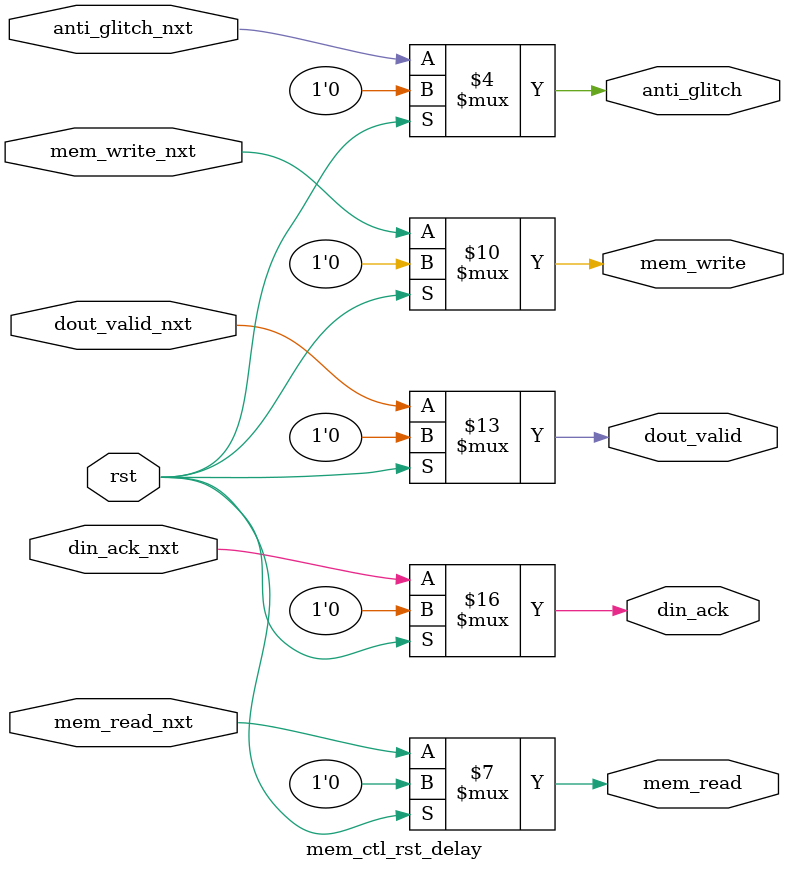
<source format=v>
`timescale 1ns / 1ps


module mem_ctl_rst_delay(
    input rst,
    input din_ack_nxt,
    input mem_write_nxt,
    input mem_read_nxt,
    input dout_valid_nxt,
    input anti_glitch_nxt,    
    
    output reg din_ack,
    output reg mem_write,
    output reg mem_read,
    output reg dout_valid,
    output reg anti_glitch
    );
    
    always @*    
    begin
    if( rst == 1)         
        begin     
            din_ack     <= #10 1'b0;
            dout_valid  <= #10 1'b0;
            mem_write   <= #10 1'b0;
            mem_read    <= #10 1'b0;   
            anti_glitch <= #10 1'b0;  
        end
    else      
        begin     
            din_ack     <= #10 din_ack_nxt;
            dout_valid  <= #10 dout_valid_nxt;
            mem_write   <= #10 mem_write_nxt;
            mem_read    <= #10 mem_read_nxt;   
            anti_glitch <= #10 anti_glitch_nxt;  
        end
    end
endmodule

</source>
